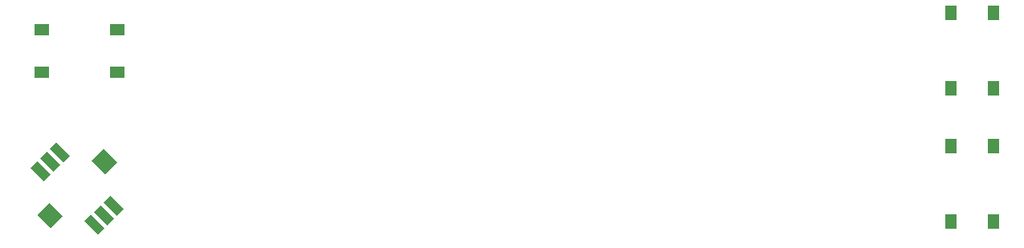
<source format=gbr>
G04 #@! TF.GenerationSoftware,KiCad,Pcbnew,5.99.0-unknown-r17145-8bd2765f*
G04 #@! TF.CreationDate,2019-12-03T04:13:13+08:00*
G04 #@! TF.ProjectId,tr20,74723230-2e6b-4696-9361-645f70636258,rev?*
G04 #@! TF.SameCoordinates,Original*
G04 #@! TF.FileFunction,Paste,Top*
G04 #@! TF.FilePolarity,Positive*
%FSLAX46Y46*%
G04 Gerber Fmt 4.6, Leading zero omitted, Abs format (unit mm)*
G04 Created by KiCad (PCBNEW 5.99.0-unknown-r17145-8bd2765f) date 2019-12-03 04:13:13*
%MOMM*%
%LPD*%
G04 APERTURE LIST*
%ADD10R,1.550000X1.300000*%
%ADD11R,1.300000X1.550000*%
G04 APERTURE END LIST*
D10*
X-49475000Y121250000D03*
X-41525000Y121250000D03*
X-49475000Y116750000D03*
X-41525000Y116750000D03*
D11*
X46350000Y115025000D03*
X46350000Y122975000D03*
X50850000Y115025000D03*
X50850000Y122975000D03*
X46350000Y101025000D03*
X46350000Y108975000D03*
X50850000Y101025000D03*
X50850000Y108975000D03*
G36*
X-41590684Y107291093D02*
G01*
X-42863476Y106018301D01*
X-44277690Y107432515D01*
X-43004898Y108705307D01*
X-41590684Y107291093D01*
G37*
G36*
X-47318248Y101563530D02*
G01*
X-48591040Y100290738D01*
X-50005254Y101704952D01*
X-48732462Y102977744D01*
X-47318248Y101563530D01*
G37*
G36*
X-48573363Y105965270D02*
G01*
X-49280470Y105258163D01*
X-50694683Y106672376D01*
X-49987576Y107379483D01*
X-48573363Y105965270D01*
G37*
G36*
X-47565736Y106972897D02*
G01*
X-48272843Y106265790D01*
X-49687056Y107680003D01*
X-48979949Y108387110D01*
X-47565736Y106972897D01*
G37*
G36*
X-46558109Y107980524D02*
G01*
X-47265216Y107273417D01*
X-48679429Y108687630D01*
X-47972322Y109394737D01*
X-46558109Y107980524D01*
G37*
G36*
X-40901255Y102323670D02*
G01*
X-41608362Y101616563D01*
X-43022575Y103030776D01*
X-42315468Y103737883D01*
X-40901255Y102323670D01*
G37*
G36*
X-42916509Y100308415D02*
G01*
X-43623616Y99601308D01*
X-45037829Y101015521D01*
X-44330722Y101722628D01*
X-42916509Y100308415D01*
G37*
G36*
X-41908882Y101316043D02*
G01*
X-42615989Y100608936D01*
X-44030202Y102023149D01*
X-43323095Y102730256D01*
X-41908882Y101316043D01*
G37*
M02*

</source>
